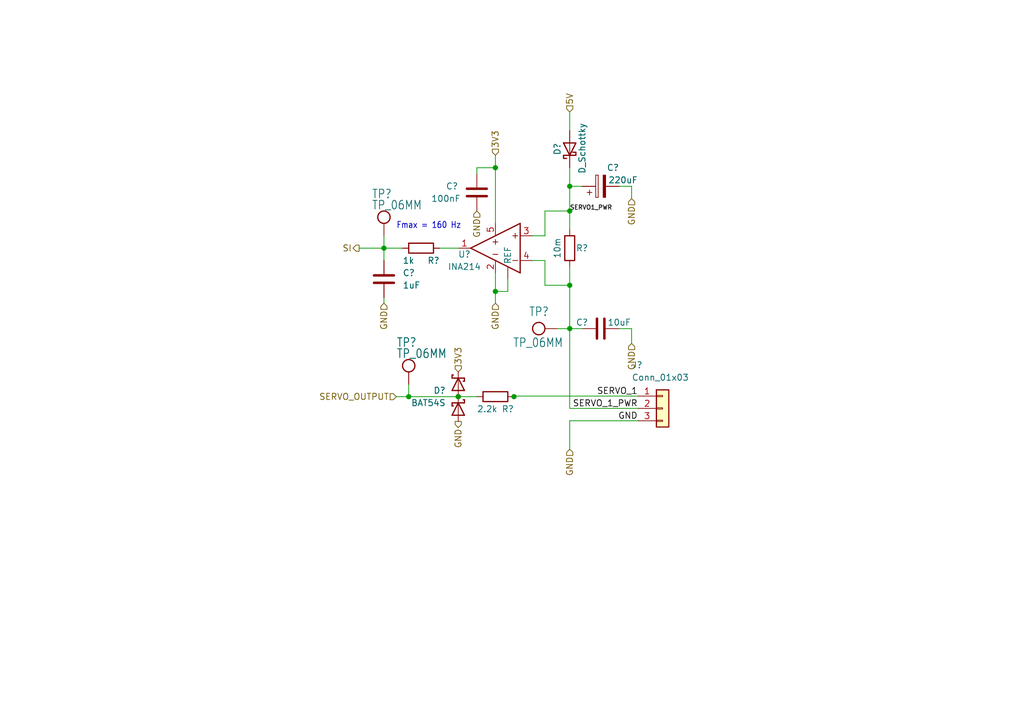
<source format=kicad_sch>
(kicad_sch (version 20211123) (generator eeschema)
  (paper "A5")
  (lib_symbols
    (symbol "Connector_Generic:Conn_01x03" (pin_names (offset 1.016) hide)
      (property "Reference" "J" (at 0 5.08 0))
      (property "Value" "Conn_01x03" (at 0 -5.08 0))
      (symbol "Conn_01x03_1_1"
        (rectangle (start -1.27 -2.413) (end 0 -2.667) (stroke (width 0.1524)))
        (rectangle (start -1.27 0.127) (end 0 -0.127) (stroke (width 0.1524)))
        (rectangle (start -1.27 2.667) (end 0 2.413) (stroke (width 0.1524)))
        (rectangle (start -1.27 3.81) (end 1.27 -3.81) (stroke (width 0.254)) (fill (type background)))
        (pin passive line (at -5.08 2.54 0) (length 3.81) (name "Pin_1") (number "1"))
        (pin passive line (at -5.08 0 0) (length 3.81) (name "Pin_2") (number "2"))
        (pin passive line (at -5.08 -2.54 0) (length 3.81) (name "Pin_3") (number "3"))
      )
    )
    (symbol "Device:C" (pin_numbers hide) (pin_names (offset 0.254))
      (property "Reference" "C" (at 0.635 2.54 0))
      (property "Value" "C" (at 0.635 -2.54 0))
      (symbol "C_0_1"
        (polyline (pts (xy -2.032 -0.762) (xy 2.032 -0.762)) (stroke (width 0.508)))
        (polyline (pts (xy -2.032 0.762) (xy 2.032 0.762)) (stroke (width 0.508)))
      )
      (symbol "C_1_1"
        (pin passive line (at 0 3.81 270) (length 2.794) (name "~") (number "1"))
        (pin passive line (at 0 -3.81 90) (length 2.794) (name "~") (number "2"))
      )
    )
    (symbol "Device:C_Polarized" (pin_numbers hide) (pin_names (offset 0.254))
      (property "Reference" "C" (at 0.635 2.54 0))
      (property "Value" "C_Polarized" (at 0.635 -2.54 0))
      (symbol "C_Polarized_0_1"
        (rectangle (start -2.286 0.508) (end 2.286 1.016))
        (polyline (pts (xy -1.778 2.286) (xy -0.762 2.286)))
        (polyline (pts (xy -1.27 2.794) (xy -1.27 1.778)))
        (rectangle (start 2.286 -0.508) (end -2.286 -1.016) (fill (type outline)))
      )
      (symbol "C_Polarized_1_1"
        (pin passive line (at 0 3.81 270) (length 2.794) (name "~") (number "1"))
        (pin passive line (at 0 -3.81 90) (length 2.794) (name "~") (number "2"))
      )
    )
    (symbol "Device:D_Schottky" (pin_numbers hide) (pin_names (offset 1.016) hide)
      (property "Reference" "D" (at 0 2.54 0))
      (property "Value" "D_Schottky" (at 0 -2.54 0))
      (symbol "D_Schottky_0_1"
        (polyline (pts (xy 1.27 0) (xy -1.27 0)))
        (polyline (pts (xy 1.27 1.27) (xy 1.27 -1.27) (xy -1.27 0) (xy 1.27 1.27)) (stroke (width 0.254)))
        (polyline (pts (xy -1.905 0.635) (xy -1.905 1.27) (xy -1.27 1.27) (xy -1.27 -1.27) (xy -0.635 -1.27) (xy -0.635 -0.635)) (stroke (width 0.254)))
      )
      (symbol "D_Schottky_1_1"
        (pin passive line (at -3.81 0 0) (length 2.54) (name "K") (number "1"))
        (pin passive line (at 3.81 0 180) (length 2.54) (name "A") (number "2"))
      )
    )
    (symbol "Device:R" (pin_numbers hide) (pin_names (offset 0))
      (property "Reference" "R" (at 2.032 0 90))
      (property "Value" "R" (at 0 0 90))
      (symbol "R_0_1"
        (rectangle (start -1.016 -2.54) (end 1.016 2.54) (stroke (width 0.254)))
      )
      (symbol "R_1_1"
        (pin passive line (at 0 3.81 270) (length 1.27) (name "~") (number "1"))
        (pin passive line (at 0 -3.81 90) (length 1.27) (name "~") (number "2"))
      )
    )
    (symbol "RBCX-eagle-import:TP_06MM"
      (property "Reference" "TP" (at -2.54 7.62 0))
      (property "Value" "TP_06MM" (at -2.54 5.334 0))
      (symbol "TP_06MM_1_0"
        (circle (center 0 3.81) (radius 1.27) (stroke (width 0.254)))
        (pin passive line (at 0 0 90) (length 2.54) (name "TP") (number "P$1"))
      )
    )
    (symbol "RBCX:BAT54S"
      (property "Reference" "D" (at 0 5.08 0))
      (property "Value" "BAT54S" (at 0 2.54 0))
      (symbol "BAT54S_1_0"
        (polyline (pts (xy -3.81 -1.27) (xy -1.27 0)) (stroke (width 0.254)))
        (polyline (pts (xy -3.81 0) (xy -5.08 0)) (stroke (width 0.1524)))
        (polyline (pts (xy -3.81 0) (xy -3.81 -1.27)) (stroke (width 0.254)))
        (polyline (pts (xy -3.81 1.27) (xy -3.81 0)) (stroke (width 0.254)))
        (polyline (pts (xy -1.905 1.016) (xy -1.905 1.27)) (stroke (width 0.254)))
        (polyline (pts (xy -1.905 1.27) (xy -1.27 1.27)) (stroke (width 0.254)))
        (polyline (pts (xy -1.27 -1.27) (xy -0.635 -1.27)) (stroke (width 0.254)))
        (polyline (pts (xy -1.27 0) (xy -3.81 0)) (stroke (width 0.1524)))
        (polyline (pts (xy -1.27 0) (xy -3.81 1.27)) (stroke (width 0.254)))
        (polyline (pts (xy -1.27 0) (xy -1.27 -1.27)) (stroke (width 0.254)))
        (polyline (pts (xy -1.27 1.27) (xy -1.27 0)) (stroke (width 0.254)))
        (polyline (pts (xy -0.635 -1.016) (xy -0.635 -1.27)) (stroke (width 0.254)))
        (polyline (pts (xy 1.27 -1.27) (xy 3.81 0)) (stroke (width 0.254)))
        (polyline (pts (xy 1.27 0) (xy -1.27 0)) (stroke (width 0.1524)))
        (polyline (pts (xy 1.27 0) (xy 1.27 -1.27)) (stroke (width 0.254)))
        (polyline (pts (xy 1.27 1.27) (xy 1.27 0)) (stroke (width 0.254)))
        (polyline (pts (xy 3.175 -1.016) (xy 3.175 -1.27)) (stroke (width 0.254)))
        (polyline (pts (xy 3.81 -1.27) (xy 3.175 -1.27)) (stroke (width 0.254)))
        (polyline (pts (xy 3.81 0) (xy 1.27 0)) (stroke (width 0.1524)))
        (polyline (pts (xy 3.81 0) (xy 1.27 1.27)) (stroke (width 0.254)))
        (polyline (pts (xy 3.81 0) (xy 3.81 -1.27)) (stroke (width 0.254)))
        (polyline (pts (xy 3.81 1.27) (xy 3.81 0)) (stroke (width 0.254)))
        (polyline (pts (xy 4.445 1.016) (xy 4.445 1.27)) (stroke (width 0.254)))
        (polyline (pts (xy 4.445 1.27) (xy 3.81 1.27)) (stroke (width 0.254)))
        (polyline (pts (xy 5.08 0) (xy 3.81 0)) (stroke (width 0.1524)))
        (circle (center 0 0) (radius 0.127) (stroke (width 0.4064)))
        (pin passive line (at 5.08 0 180) (length 0) (name "A1") (number "1"))
        (pin passive line (at -5.08 0 0) (length 0) (name "A2") (number "2"))
        (pin passive line (at 0 0 90) (length 0) (name "C") (number "3"))
      )
    )
    (symbol "RBCX:INA214"
      (property "Reference" "U" (at -3.81 10.16 0))
      (property "Value" "INA214" (at -3.81 7.62 0))
      (symbol "INA214_1_0"
        (polyline (pts (xy -3.81 -5.08) (xy 6.35 0)) (stroke (width 0.254)))
        (polyline (pts (xy -3.81 5.08) (xy -3.81 -5.08)) (stroke (width 0.254)))
        (polyline (pts (xy -3.302 -2.54) (xy -2.286 -2.54)) (stroke (width 0.1524)))
        (polyline (pts (xy -3.302 2.54) (xy -2.286 2.54)) (stroke (width 0.1524)))
        (polyline (pts (xy -2.794 3.048) (xy -2.794 2.032)) (stroke (width 0.1524)))
        (polyline (pts (xy 0.762 -1.27) (xy 1.778 -1.27)) (stroke (width 0.1524)))
        (polyline (pts (xy 0.762 1.27) (xy 1.778 1.27)) (stroke (width 0.1524)))
        (polyline (pts (xy 1.27 1.778) (xy 1.27 0.762)) (stroke (width 0.1524)))
        (polyline (pts (xy 6.35 0) (xy -3.81 5.08)) (stroke (width 0.254)))
        (pin output line (at 8.89 0 180) (length 2.54) (name "OUT") (number "1"))
        (pin input line (at -1.27 -6.35 90) (length 2.54) (name "REF") (number "1"))
        (pin power_in line (at 1.27 -5.08 90) (length 2.54) (name "GND") (number "2"))
        (pin input line (at -6.35 2.54 0) (length 2.54) (name "IN+") (number "3"))
        (pin input line (at -6.35 -2.54 0) (length 2.54) (name "IN-") (number "4"))
        (pin power_in line (at 1.27 5.08 270) (length 2.54) (name "VCC") (number "5"))
      )
    )
  )
  (junction (at 105.41 81.407))
  (junction (at 93.98 81.407))
  (junction (at 101.6 59.817))
  (junction (at 101.6 34.417))
  (junction (at 116.84 58.547))
  (junction (at 83.82 81.407))
  (junction (at 116.84 38.227))
  (junction (at 116.84 67.437))
  (junction (at 78.74 50.927))
  (junction (at 116.84 43.307))
  (wire (pts (xy 93.98 50.927) (xy 90.17 50.927)))
  (wire (pts (xy 101.6 59.817) (xy 101.6 56.007)))
  (wire (pts (xy 78.74 61.087) (xy 78.74 62.23)))
  (wire (pts (xy 109.22 53.467) (xy 111.76 53.467)))
  (wire (pts (xy 104.14 57.277) (xy 104.14 59.817)))
  (wire (pts (xy 127 38.227) (xy 129.54 38.227)))
  (wire (pts (xy 97.79 34.417) (xy 101.6 34.417)))
  (wire (pts (xy 116.84 22.987) (xy 116.84 26.797)))
  (wire (pts (xy 129.54 67.437) (xy 129.54 70.485)))
  (wire (pts (xy 119.38 38.227) (xy 116.84 38.227)))
  (wire (pts (xy 104.14 59.817) (xy 101.6 59.817)))
  (wire (pts (xy 111.76 58.547) (xy 116.84 58.547)))
  (wire (pts (xy 83.82 81.407) (xy 93.98 81.407)))
  (wire (pts (xy 116.84 58.547) (xy 116.84 67.437)))
  (wire (pts (xy 105.41 81.28) (xy 105.41 81.407)))
  (wire (pts (xy 83.82 78.867) (xy 83.82 81.407)))
  (wire (pts (xy 109.22 48.387) (xy 111.76 48.387)))
  (wire (pts (xy 111.76 48.387) (xy 111.76 43.307)))
  (wire (pts (xy 116.84 86.36) (xy 116.84 92.202)))
  (wire (pts (xy 116.84 43.307) (xy 116.84 38.227)))
  (wire (pts (xy 97.79 35.687) (xy 97.79 34.417)))
  (wire (pts (xy 114.3 67.437) (xy 116.84 67.437)))
  (wire (pts (xy 101.6 34.417) (xy 101.6 45.847)))
  (wire (pts (xy 78.74 50.927) (xy 73.66 50.927)))
  (wire (pts (xy 116.84 86.36) (xy 130.81 86.36)))
  (wire (pts (xy 129.54 38.227) (xy 129.54 40.767)))
  (wire (pts (xy 78.74 48.387) (xy 78.74 50.927)))
  (wire (pts (xy 101.6 31.877) (xy 101.6 34.417)))
  (wire (pts (xy 116.84 47.117) (xy 116.84 43.307)))
  (wire (pts (xy 111.76 43.307) (xy 116.84 43.307)))
  (wire (pts (xy 83.82 81.407) (xy 81.28 81.407)))
  (wire (pts (xy 78.74 53.467) (xy 78.74 50.927)))
  (wire (pts (xy 116.84 67.437) (xy 116.84 83.82)))
  (wire (pts (xy 116.84 34.417) (xy 116.84 38.227)))
  (wire (pts (xy 116.84 83.82) (xy 130.81 83.82)))
  (wire (pts (xy 105.41 81.28) (xy 130.81 81.28)))
  (wire (pts (xy 129.54 67.437) (xy 127 67.437)))
  (wire (pts (xy 82.55 50.927) (xy 78.74 50.927)))
  (wire (pts (xy 119.38 67.437) (xy 116.84 67.437)))
  (wire (pts (xy 101.6 62.23) (xy 101.6 59.817)))
  (wire (pts (xy 116.84 58.547) (xy 116.84 54.737)))
  (wire (pts (xy 93.98 81.407) (xy 97.79 81.407)))
  (wire (pts (xy 111.76 53.467) (xy 111.76 58.547)))
  (text "Fmax = 160 Hz" (at 81.28 47.117 180) (effects (font (size 1.27 1.0795)) (justify left bottom)))
  (label "SERVO_1" (at 130.81 81.28 180))
  (label "SERVO_1_PWR" (at 130.81 83.82 180))
  (label "GND" (at 130.81 86.36 180))
  (label "SERVO1_PWR" (at 116.84 43.307 0) (effects (font (size 0.889 0.889))))
  (hierarchical_label "3V3" (shape input) (at 93.98 76.327 90))
  (hierarchical_label "GND" (shape output) (at 93.98 86.487 270))
  (hierarchical_label "GND" (shape input) (at 116.84 92.202 270))
  (hierarchical_label "5V" (shape input) (at 116.84 22.987 90))
  (hierarchical_label "3V3" (shape input) (at 101.6 31.877 90))
  (hierarchical_label "GND" (shape input) (at 78.74 62.23 270))
  (hierarchical_label "SI" (shape output) (at 73.66 50.927 180))
  (hierarchical_label "GND" (shape input) (at 101.6 62.23 270))
  (hierarchical_label "GND" (shape input) (at 129.54 70.485 270))
  (hierarchical_label "SERVO_OUTPUT" (shape input) (at 81.28 81.407 180))
  (hierarchical_label "GND" (shape input) (at 97.79 43.307 270))
  (hierarchical_label "GND" (shape input) (at 129.54 40.767 270))
  (symbol (lib_id "RBCX-eagle-import:TP_06MM") (at 83.82 78.867 0) (unit 1)
    (property "Reference" "TP?" (at 81.28 71.247 0) (effects (font (size 1.778 1.5113)) (justify left bottom)))
    (property "Value" "TP_06MM" (at 81.28 73.533 0) (effects (font (size 1.778 1.5113)) (justify left bottom)))
    (property "Footprint" "RBCX:TP_06MM" (effects hide))
  )
  (symbol (lib_id "Device:C") (at 97.79 39.497 180) (unit 1)
    (property "Reference" "C?" (at 92.71 38.227 0))
    (property "Value" "100nF" (at 91.44 40.767 0))
    (property "Footprint" "Capacitor_SMD:C_0402_1005Metric" (effects hide))
    (property "LCSC" "C131394" (effects hide))
    (property "Basic/Extended" "E" (effects hide))
  )
  (symbol (lib_id "Device:R") (at 116.84 50.927 180) (unit 1)
    (property "Reference" "R?" (at 119.38 50.927 0))
    (property "Value" "10m" (at 114.3 50.927 90))
    (property "Footprint" "Capacitor_SMD:C_0805_2012Metric" (effects hide))
    (property "LCSC" "C728271" (effects hide))
    (property "Basic/Extended" "E" (effects hide))
  )
  (symbol (lib_id "RBCX-eagle-import:TP_06MM") (at 114.3 67.437 90) (unit 1)
    (property "Reference" "TP?" (at 112.649 62.992 90) (effects (font (size 1.778 1.5113)) (justify left bottom)))
    (property "Value" "TP_06MM" (at 115.57 69.342 90) (effects (font (size 1.778 1.5113)) (justify left bottom)))
    (property "Footprint" "RBCX:TP_06MM" (effects hide))
  )
  (symbol (lib_id "RBCX:BAT54S") (at 93.98 81.407 90) (unit 1)
    (property "Reference" "D?" (at 91.44 80.1369 90) (effects (justify left)))
    (property "Value" "BAT54S" (at 91.44 82.6769 90) (effects (justify left)))
    (property "Footprint" "Package_TO_SOT_SMD:SOT-23" (effects hide))
    (property "Datasheet" "https://datasheet.lcsc.com/lcsc/2105241830_CBI-BAT54S-KL4_C2828465.pdf" (effects hide))
    (property "LCSC" "C2828465" (effects hide))
    (property "Basic/Extended" "E" (effects hide))
  )
  (symbol (lib_id "Device:R") (at 101.6 81.407 270) (unit 1)
    (property "Reference" "R?" (at 102.87 83.947 90) (effects (justify left)))
    (property "Value" "2.2k" (at 97.79 83.947 90) (effects (justify left)))
    (property "Footprint" "Resistor_SMD:R_0201_0603Metric" (effects hide))
    (property "LCSC" "C142018" (effects hide))
    (property "Basic/Extended" "E" (effects hide))
  )
  (symbol (lib_id "Device:C") (at 123.19 67.437 90) (unit 1)
    (property "Reference" "C?" (at 119.38 66.167 90))
    (property "Value" "10uF" (at 127 66.167 90))
    (property "Footprint" "Capacitor_SMD:C_0603_1608Metric" (effects hide))
    (property "LCSC" "C96446" (effects hide))
    (property "Basic/Extended" "B" (effects hide))
  )
  (symbol (lib_id "Device:D_Schottky") (at 116.84 30.607 90) (unit 1)
    (property "Reference" "D?" (at 114.3 31.877 0) (effects (justify left)))
    (property "Value" "D_Schottky" (at 119.38 35.687 0) (effects (justify left)))
    (property "Footprint" "Diode_SMD:D_SOD-123F" (effects hide))
    (property "Datasheet" "https://datasheet.lcsc.com/lcsc/1809301213_MDD-Microdiode-Electronics--DSK36_C106913.pdf" (effects hide))
    (property "LCSC" "C108810" (effects hide))
    (property "Basic/Extended" "E" (effects hide))
  )
  (symbol (lib_id "Connector_Generic:Conn_01x03") (at 135.89 83.82 0) (unit 1)
    (property "Reference" "J?" (at 129.54 74.93 0) (effects (justify left)))
    (property "Value" "Conn_01x03" (at 129.54 77.47 0) (effects (justify left)))
    (property "Footprint" "Connector_PinHeader_2.54mm:PinHeader_1x03_P2.54mm_Vertical" (effects hide))
    (property "LCSC" "C49257" (effects hide))
    (property "Basic/Extended" "E" (effects hide))
  )
  (symbol (lib_id "Device:C_Polarized") (at 123.19 38.227 90) (unit 1)
    (property "Reference" "C?" (at 127 34.417 90) (effects (justify left)))
    (property "Value" "220uF" (at 130.81 36.957 90) (effects (justify left)))
    (property "Footprint" "Capacitor_SMD:CP_Elec_8x11.9" (effects hide))
    (property "Datasheet" "https://datasheet.lcsc.com/lcsc/2112131830_AISHI-Aihua-Group-SVZ1VM221FBRE00RAXXX_C2923769.pdf" (effects hide))
    (property "LCSC" "C2923769" (effects hide))
    (property "Basic/Extended" "E" (effects hide))
  )
  (symbol (lib_id "Device:C") (at 78.74 57.277 0) (unit 1)
    (property "Reference" "C?" (at 82.55 56.0069 0) (effects (justify left)))
    (property "Value" "1uF" (at 82.55 58.5469 0) (effects (justify left)))
    (property "Footprint" "Resistor_SMD:R_0402_1005Metric" (effects hide))
    (property "LCSC" "C52923" (effects hide))
    (property "Basic/Extended" "B" (effects hide))
  )
  (symbol (lib_id "Device:R") (at 86.36 50.927 270) (unit 1)
    (property "Reference" "R?" (at 87.63 53.467 90) (effects (justify left)))
    (property "Value" "1k" (at 82.55 53.467 90) (effects (justify left)))
    (property "Footprint" "Resistor_SMD:R_0201_0603Metric" (effects hide))
    (property "LCSC" "C138165" (effects hide))
    (property "Basic/Extended" "E" (effects hide))
  )
  (symbol (lib_id "RBCX-eagle-import:TP_06MM") (at 78.74 48.387 0) (unit 1)
    (property "Reference" "TP?" (at 76.2 40.767 0) (effects (font (size 1.778 1.5113)) (justify left bottom)))
    (property "Value" "TP_06MM" (at 76.2 43.053 0) (effects (font (size 1.778 1.5113)) (justify left bottom)))
    (property "Footprint" "RBCX:TP_06MM" (effects hide))
  )
  (symbol (lib_id "RBCX:INA214") (at 102.87 50.927 0) (mirror y) (unit 1)
    (property "Reference" "U?" (at 95.25 52.197 0))
    (property "Value" "INA214" (at 95.25 54.737 0))
    (property "Footprint" "Package_TO_SOT_SMD:SOT-363_SC-70-6" (effects hide))
    (property "Datasheet" "https://www.ti.com/lit/ds/sbos437j/sbos437j.pdf?ts=1674470965678&ref_url=https%253A%252F%252Fwww.google.com%252F" (effects hide))
    (property "LCSC" "C105240" (effects hide))
    (property "Basic/Extended" "E" (effects hide))
  )
)
</source>
